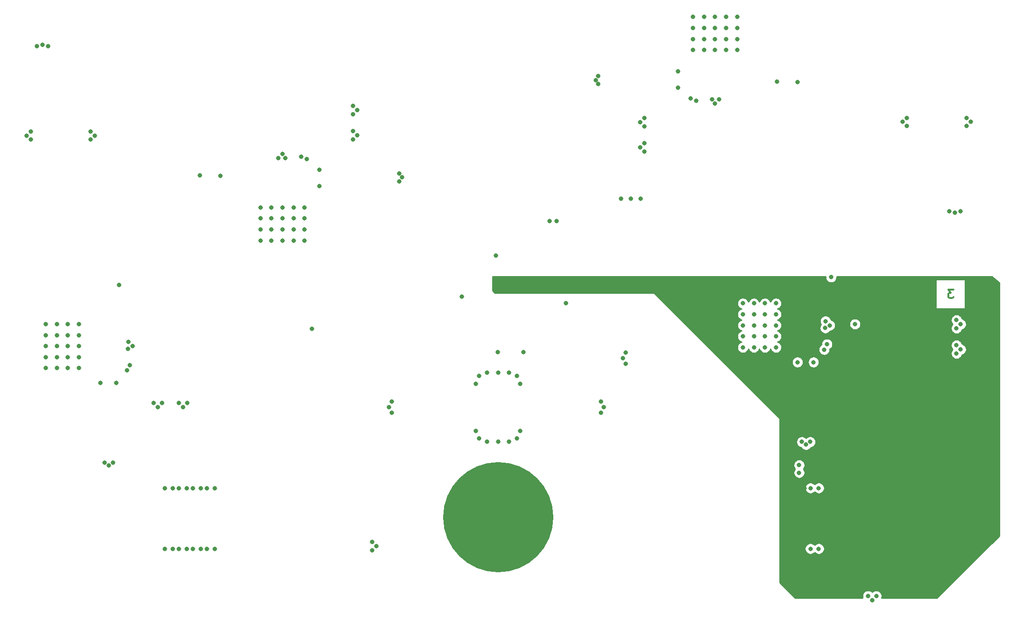
<source format=gbr>
G04 #@! TF.GenerationSoftware,KiCad,Pcbnew,(5.1.5)-3*
G04 #@! TF.CreationDate,2020-05-22T15:31:26-05:00*
G04 #@! TF.ProjectId,Power_Board,506f7765-725f-4426-9f61-72642e6b6963,rev?*
G04 #@! TF.SameCoordinates,Original*
G04 #@! TF.FileFunction,Copper,L3,Inr*
G04 #@! TF.FilePolarity,Positive*
%FSLAX46Y46*%
G04 Gerber Fmt 4.6, Leading zero omitted, Abs format (unit mm)*
G04 Created by KiCad (PCBNEW (5.1.5)-3) date 2020-05-22 15:31:26*
%MOMM*%
%LPD*%
G04 APERTURE LIST*
%ADD10C,0.300000*%
%ADD11C,20.000000*%
%ADD12C,1.100000*%
%ADD13C,0.800000*%
%ADD14C,0.254000*%
G04 APERTURE END LIST*
D10*
X231640000Y-93158571D02*
X230711428Y-93158571D01*
X231211428Y-93730000D01*
X230997142Y-93730000D01*
X230854285Y-93801428D01*
X230782857Y-93872857D01*
X230711428Y-94015714D01*
X230711428Y-94372857D01*
X230782857Y-94515714D01*
X230854285Y-94587142D01*
X230997142Y-94658571D01*
X231425714Y-94658571D01*
X231568571Y-94587142D01*
X231640000Y-94515714D01*
D11*
X149089599Y-134502000D03*
D12*
X149089599Y-127002000D03*
X154392899Y-129198700D03*
X156589599Y-134502000D03*
X154392899Y-139805300D03*
X149089599Y-142002000D03*
X143786299Y-139805300D03*
X141589599Y-134502000D03*
X143786299Y-129198700D03*
D13*
X234088240Y-63457520D03*
X234088240Y-61957520D03*
X234838240Y-62707520D03*
X167284640Y-55850220D03*
X167284640Y-54350220D03*
X232930140Y-78904920D03*
X230930140Y-78904920D03*
X223220600Y-63460060D03*
X222470600Y-62710060D03*
X166784640Y-55100220D03*
X223220600Y-61960060D03*
X203393040Y-55443120D03*
X199710040Y-55417720D03*
X188445140Y-43651920D03*
X186445140Y-49651920D03*
X188445140Y-45651920D03*
X184445140Y-47651920D03*
X186445140Y-43651920D03*
X184445140Y-43651920D03*
X186445140Y-47651920D03*
X188445140Y-47651920D03*
X186445140Y-45651920D03*
X184445140Y-45651920D03*
X184445140Y-49651920D03*
X192445140Y-47651920D03*
X192445140Y-43651920D03*
X192445140Y-49651920D03*
X190445140Y-47651920D03*
X190445140Y-45651920D03*
X231930140Y-79154920D03*
X190445140Y-43651920D03*
X192445140Y-45651920D03*
X190445140Y-49651920D03*
X175629000Y-68057460D03*
X188450220Y-59410600D03*
X188445140Y-49651920D03*
X189204600Y-58625740D03*
X187945840Y-58587640D03*
X174879000Y-62735460D03*
X174879000Y-67307460D03*
X175629000Y-66557460D03*
X175629000Y-63485460D03*
X175629000Y-61985460D03*
X185031380Y-58902600D03*
X181747160Y-56466740D03*
X181747160Y-53548280D03*
X79283740Y-124572020D03*
X77783740Y-124572020D03*
X78533740Y-125072020D03*
X67085440Y-103411520D03*
X73085440Y-105411520D03*
X69085440Y-103411520D03*
X71085440Y-107411520D03*
X67085440Y-105411520D03*
X67085440Y-107411520D03*
X71085440Y-105411520D03*
X71085440Y-103411520D03*
X69085440Y-105411520D03*
X69085440Y-107411520D03*
X73085440Y-107411520D03*
X71085440Y-99411520D03*
X67085440Y-99411520D03*
X73085440Y-99411520D03*
X71085440Y-101411520D03*
X69085440Y-101411520D03*
X67085440Y-101411520D03*
X69085440Y-99411520D03*
X73085440Y-101411520D03*
X82844120Y-103406440D03*
X73085440Y-103411520D03*
X82059260Y-102652060D03*
X82021160Y-103910820D03*
X82336120Y-106825280D03*
X81836120Y-107825280D03*
X79900260Y-110109500D03*
X76981800Y-110109500D03*
X203384900Y-106331240D03*
X206303360Y-106331240D03*
X151391620Y-93149420D03*
X160655000Y-93088460D03*
X142519400Y-94460060D03*
X149052280Y-104470200D03*
X153682700Y-104470200D03*
X172211740Y-104572560D03*
X171711740Y-105572560D03*
X172211740Y-106572560D03*
X203690220Y-125005720D03*
X203685140Y-126384940D03*
X216923620Y-149519780D03*
X216173620Y-148769780D03*
X217673620Y-148769780D03*
X224815400Y-139377420D03*
X226315400Y-139127420D03*
X227815400Y-137627420D03*
X223315400Y-139127420D03*
X209476340Y-90883740D03*
X221625160Y-93172280D03*
X213837520Y-99407980D03*
X205687360Y-120793260D03*
X204187360Y-120793260D03*
X204937360Y-121293260D03*
X199488540Y-99633260D03*
X193488540Y-103633260D03*
X197488540Y-101633260D03*
X197488540Y-99633260D03*
X199488540Y-103633260D03*
X195488540Y-97633260D03*
X197488540Y-95633260D03*
X193488540Y-97633260D03*
X195488540Y-95633260D03*
X193488540Y-99633260D03*
X199488540Y-101633260D03*
X195488540Y-99633260D03*
X193488540Y-101633260D03*
X195488540Y-103633260D03*
X199488540Y-95633260D03*
X197488540Y-97633260D03*
X199488540Y-97633260D03*
X197488540Y-103633260D03*
X193488540Y-95633260D03*
X209247220Y-99628180D03*
X208462360Y-98873800D03*
X195488540Y-101633260D03*
X208739220Y-103047020D03*
X208239220Y-104047020D03*
X232978700Y-103994460D03*
X232228700Y-103244460D03*
X232228700Y-104744460D03*
X232978700Y-99422460D03*
X232228700Y-100172460D03*
X232228700Y-98672460D03*
X115316500Y-100233220D03*
X92722880Y-113704680D03*
X87400880Y-114454680D03*
X91972880Y-114454680D03*
X91222880Y-113704680D03*
X88150880Y-113704680D03*
X86650880Y-113704680D03*
X80415880Y-92301560D03*
X127024260Y-139712440D03*
X126274260Y-138962440D03*
X126274260Y-140462440D03*
X184031380Y-58402600D03*
X114421160Y-69481320D03*
X122823540Y-59826460D03*
X123573540Y-60576460D03*
X122823540Y-61326460D03*
X122823540Y-65898460D03*
X123573540Y-65148460D03*
X122823540Y-64398460D03*
X64364300Y-65926400D03*
X63614300Y-65176400D03*
X64364300Y-64426400D03*
X75231940Y-64423860D03*
X75981940Y-65173860D03*
X75231940Y-65923860D03*
X113421160Y-68981320D03*
X131667900Y-72783700D03*
X131167900Y-73533700D03*
X131167900Y-72033700D03*
X66522400Y-48729000D03*
X67522400Y-48979000D03*
X65522400Y-48979000D03*
X110007400Y-78232000D03*
X110002320Y-68473320D03*
X109247940Y-69258180D03*
X110506700Y-69296280D03*
X116705380Y-71417180D03*
X116705380Y-74335640D03*
X98742500Y-72466200D03*
X95059500Y-72440800D03*
X207244700Y-140189700D03*
X204704700Y-129189700D03*
X207244700Y-129189700D03*
X205746100Y-140189700D03*
X203206100Y-129189700D03*
X205746100Y-129189700D03*
X90151200Y-140253200D03*
X88652600Y-140253200D03*
X91192600Y-140253200D03*
X93732600Y-140253200D03*
X96272600Y-140253200D03*
X92691200Y-140253200D03*
X95231200Y-140253200D03*
X97771200Y-140253200D03*
X88652600Y-129253200D03*
X90151200Y-129253200D03*
X97771200Y-129253200D03*
X95231200Y-129253200D03*
X93732600Y-129253200D03*
X92691200Y-129253200D03*
X91192600Y-129253200D03*
X96272600Y-129253200D03*
X129855200Y-113503200D03*
X129355200Y-114503200D03*
X129855200Y-115503200D03*
X168231200Y-114503200D03*
X167731200Y-115503200D03*
X167731200Y-113503200D03*
X112007400Y-78232000D03*
X114007400Y-78232000D03*
X110007400Y-80232000D03*
X112007400Y-80232000D03*
X114007400Y-80232000D03*
X110007400Y-82232000D03*
X112007400Y-82232000D03*
X114007400Y-82232000D03*
X110007400Y-84232000D03*
X112007400Y-84232000D03*
X114007400Y-84232000D03*
X108007400Y-78232000D03*
X106007400Y-78232000D03*
X106007400Y-80232000D03*
X106007400Y-82232000D03*
X106007400Y-84232000D03*
X108007400Y-80232000D03*
X108007400Y-82232000D03*
X108007400Y-84232000D03*
X151089599Y-120770400D03*
X147089599Y-120770400D03*
X145675399Y-120184600D03*
X152503799Y-120184600D03*
X153089599Y-118770400D03*
X145089599Y-118770400D03*
X149089599Y-120770400D03*
X151089599Y-108212000D03*
X147089599Y-108212000D03*
X153089599Y-110212000D03*
X145089599Y-110212000D03*
X149089599Y-108212000D03*
X145675399Y-108797800D03*
X152503799Y-108797800D03*
X161409380Y-95638620D03*
X148709380Y-86951820D03*
X158469940Y-80736060D03*
X159672680Y-80736060D03*
X173172120Y-76609940D03*
X174922120Y-76609940D03*
X171422120Y-76609940D03*
X208424260Y-100132560D03*
X148689060Y-92014040D03*
X216173620Y-137269780D03*
X216923620Y-136519780D03*
X221815400Y-137627420D03*
D14*
G36*
X208444641Y-90765207D02*
G01*
X208441340Y-90781801D01*
X208441340Y-90985679D01*
X208481114Y-91185638D01*
X208559135Y-91373996D01*
X208672403Y-91543514D01*
X208816566Y-91687677D01*
X208986084Y-91800945D01*
X209174442Y-91878966D01*
X209374401Y-91918740D01*
X209578279Y-91918740D01*
X209778238Y-91878966D01*
X209966596Y-91800945D01*
X210136114Y-91687677D01*
X210280277Y-91543514D01*
X210349442Y-91440000D01*
X228473000Y-91440000D01*
X228473000Y-96520000D01*
X228475440Y-96544776D01*
X228482667Y-96568601D01*
X228494403Y-96590557D01*
X228510197Y-96609803D01*
X228529443Y-96625597D01*
X228551399Y-96637333D01*
X228575224Y-96644560D01*
X228600000Y-96647000D01*
X233680000Y-96647000D01*
X233704776Y-96644560D01*
X233728601Y-96637333D01*
X233750557Y-96625597D01*
X233769803Y-96609803D01*
X233785597Y-96590557D01*
X233797333Y-96568601D01*
X233804560Y-96544776D01*
X233807000Y-96520000D01*
X233807000Y-91440000D01*
X233804560Y-91415224D01*
X233797333Y-91391399D01*
X233785597Y-91369443D01*
X233769803Y-91350197D01*
X233750557Y-91334403D01*
X233728601Y-91322667D01*
X233704776Y-91315440D01*
X233680000Y-91313000D01*
X228600000Y-91313000D01*
X228575224Y-91315440D01*
X228551399Y-91322667D01*
X228529443Y-91334403D01*
X228510197Y-91350197D01*
X228494403Y-91369443D01*
X228482667Y-91391399D01*
X228475440Y-91415224D01*
X228473000Y-91440000D01*
X210349442Y-91440000D01*
X210393545Y-91373996D01*
X210471566Y-91185638D01*
X210511340Y-90985679D01*
X210511340Y-90781801D01*
X210508062Y-90765322D01*
X238626830Y-90766897D01*
X239946180Y-91892296D01*
X239946180Y-137813514D01*
X228661694Y-149098000D01*
X218657943Y-149098000D01*
X218668846Y-149071678D01*
X218708620Y-148871719D01*
X218708620Y-148667841D01*
X218668846Y-148467882D01*
X218590825Y-148279524D01*
X218477557Y-148110006D01*
X218333394Y-147965843D01*
X218163876Y-147852575D01*
X217975518Y-147774554D01*
X217775559Y-147734780D01*
X217571681Y-147734780D01*
X217371722Y-147774554D01*
X217183364Y-147852575D01*
X217013846Y-147965843D01*
X216923620Y-148056069D01*
X216833394Y-147965843D01*
X216663876Y-147852575D01*
X216475518Y-147774554D01*
X216275559Y-147734780D01*
X216071681Y-147734780D01*
X215871722Y-147774554D01*
X215683364Y-147852575D01*
X215513846Y-147965843D01*
X215369683Y-148110006D01*
X215256415Y-148279524D01*
X215178394Y-148467882D01*
X215138620Y-148667841D01*
X215138620Y-148871719D01*
X215178394Y-149071678D01*
X215189297Y-149098000D01*
X202980826Y-149098000D01*
X200197720Y-146314894D01*
X200197720Y-140087761D01*
X204711100Y-140087761D01*
X204711100Y-140291639D01*
X204750874Y-140491598D01*
X204828895Y-140679956D01*
X204942163Y-140849474D01*
X205086326Y-140993637D01*
X205255844Y-141106905D01*
X205444202Y-141184926D01*
X205644161Y-141224700D01*
X205848039Y-141224700D01*
X206047998Y-141184926D01*
X206236356Y-141106905D01*
X206405874Y-140993637D01*
X206495400Y-140904111D01*
X206584926Y-140993637D01*
X206754444Y-141106905D01*
X206942802Y-141184926D01*
X207142761Y-141224700D01*
X207346639Y-141224700D01*
X207546598Y-141184926D01*
X207734956Y-141106905D01*
X207904474Y-140993637D01*
X208048637Y-140849474D01*
X208161905Y-140679956D01*
X208239926Y-140491598D01*
X208279700Y-140291639D01*
X208279700Y-140087761D01*
X208239926Y-139887802D01*
X208161905Y-139699444D01*
X208048637Y-139529926D01*
X207904474Y-139385763D01*
X207734956Y-139272495D01*
X207546598Y-139194474D01*
X207346639Y-139154700D01*
X207142761Y-139154700D01*
X206942802Y-139194474D01*
X206754444Y-139272495D01*
X206584926Y-139385763D01*
X206495400Y-139475289D01*
X206405874Y-139385763D01*
X206236356Y-139272495D01*
X206047998Y-139194474D01*
X205848039Y-139154700D01*
X205644161Y-139154700D01*
X205444202Y-139194474D01*
X205255844Y-139272495D01*
X205086326Y-139385763D01*
X204942163Y-139529926D01*
X204828895Y-139699444D01*
X204750874Y-139887802D01*
X204711100Y-140087761D01*
X200197720Y-140087761D01*
X200197720Y-129087761D01*
X204711100Y-129087761D01*
X204711100Y-129291639D01*
X204750874Y-129491598D01*
X204828895Y-129679956D01*
X204942163Y-129849474D01*
X205086326Y-129993637D01*
X205255844Y-130106905D01*
X205444202Y-130184926D01*
X205644161Y-130224700D01*
X205848039Y-130224700D01*
X206047998Y-130184926D01*
X206236356Y-130106905D01*
X206405874Y-129993637D01*
X206495400Y-129904111D01*
X206584926Y-129993637D01*
X206754444Y-130106905D01*
X206942802Y-130184926D01*
X207142761Y-130224700D01*
X207346639Y-130224700D01*
X207546598Y-130184926D01*
X207734956Y-130106905D01*
X207904474Y-129993637D01*
X208048637Y-129849474D01*
X208161905Y-129679956D01*
X208239926Y-129491598D01*
X208279700Y-129291639D01*
X208279700Y-129087761D01*
X208239926Y-128887802D01*
X208161905Y-128699444D01*
X208048637Y-128529926D01*
X207904474Y-128385763D01*
X207734956Y-128272495D01*
X207546598Y-128194474D01*
X207346639Y-128154700D01*
X207142761Y-128154700D01*
X206942802Y-128194474D01*
X206754444Y-128272495D01*
X206584926Y-128385763D01*
X206495400Y-128475289D01*
X206405874Y-128385763D01*
X206236356Y-128272495D01*
X206047998Y-128194474D01*
X205848039Y-128154700D01*
X205644161Y-128154700D01*
X205444202Y-128194474D01*
X205255844Y-128272495D01*
X205086326Y-128385763D01*
X204942163Y-128529926D01*
X204828895Y-128699444D01*
X204750874Y-128887802D01*
X204711100Y-129087761D01*
X200197720Y-129087761D01*
X200197720Y-126283001D01*
X202650140Y-126283001D01*
X202650140Y-126486879D01*
X202689914Y-126686838D01*
X202767935Y-126875196D01*
X202881203Y-127044714D01*
X203025366Y-127188877D01*
X203194884Y-127302145D01*
X203383242Y-127380166D01*
X203583201Y-127419940D01*
X203787079Y-127419940D01*
X203987038Y-127380166D01*
X204175396Y-127302145D01*
X204344914Y-127188877D01*
X204489077Y-127044714D01*
X204602345Y-126875196D01*
X204680366Y-126686838D01*
X204720140Y-126486879D01*
X204720140Y-126283001D01*
X204680366Y-126083042D01*
X204602345Y-125894684D01*
X204489077Y-125725166D01*
X204461781Y-125697870D01*
X204494157Y-125665494D01*
X204607425Y-125495976D01*
X204685446Y-125307618D01*
X204725220Y-125107659D01*
X204725220Y-124903781D01*
X204685446Y-124703822D01*
X204607425Y-124515464D01*
X204494157Y-124345946D01*
X204349994Y-124201783D01*
X204180476Y-124088515D01*
X203992118Y-124010494D01*
X203792159Y-123970720D01*
X203588281Y-123970720D01*
X203388322Y-124010494D01*
X203199964Y-124088515D01*
X203030446Y-124201783D01*
X202886283Y-124345946D01*
X202773015Y-124515464D01*
X202694994Y-124703822D01*
X202655220Y-124903781D01*
X202655220Y-125107659D01*
X202694994Y-125307618D01*
X202773015Y-125495976D01*
X202886283Y-125665494D01*
X202913579Y-125692790D01*
X202881203Y-125725166D01*
X202767935Y-125894684D01*
X202689914Y-126083042D01*
X202650140Y-126283001D01*
X200197720Y-126283001D01*
X200197720Y-120691321D01*
X203152360Y-120691321D01*
X203152360Y-120895199D01*
X203192134Y-121095158D01*
X203270155Y-121283516D01*
X203383423Y-121453034D01*
X203527586Y-121597197D01*
X203697104Y-121710465D01*
X203885462Y-121788486D01*
X204044631Y-121820146D01*
X204133423Y-121953034D01*
X204277586Y-122097197D01*
X204447104Y-122210465D01*
X204635462Y-122288486D01*
X204835421Y-122328260D01*
X205039299Y-122328260D01*
X205239258Y-122288486D01*
X205427616Y-122210465D01*
X205597134Y-122097197D01*
X205741297Y-121953034D01*
X205830089Y-121820146D01*
X205989258Y-121788486D01*
X206177616Y-121710465D01*
X206347134Y-121597197D01*
X206491297Y-121453034D01*
X206604565Y-121283516D01*
X206682586Y-121095158D01*
X206722360Y-120895199D01*
X206722360Y-120691321D01*
X206682586Y-120491362D01*
X206604565Y-120303004D01*
X206491297Y-120133486D01*
X206347134Y-119989323D01*
X206177616Y-119876055D01*
X205989258Y-119798034D01*
X205789299Y-119758260D01*
X205585421Y-119758260D01*
X205385462Y-119798034D01*
X205197104Y-119876055D01*
X205027586Y-119989323D01*
X204937360Y-120079549D01*
X204847134Y-119989323D01*
X204677616Y-119876055D01*
X204489258Y-119798034D01*
X204289299Y-119758260D01*
X204085421Y-119758260D01*
X203885462Y-119798034D01*
X203697104Y-119876055D01*
X203527586Y-119989323D01*
X203383423Y-120133486D01*
X203270155Y-120303004D01*
X203192134Y-120491362D01*
X203152360Y-120691321D01*
X200197720Y-120691321D01*
X200197720Y-116593620D01*
X200195280Y-116568844D01*
X200188053Y-116545019D01*
X200176317Y-116523063D01*
X200160523Y-116503817D01*
X189886007Y-106229301D01*
X202349900Y-106229301D01*
X202349900Y-106433179D01*
X202389674Y-106633138D01*
X202467695Y-106821496D01*
X202580963Y-106991014D01*
X202725126Y-107135177D01*
X202894644Y-107248445D01*
X203083002Y-107326466D01*
X203282961Y-107366240D01*
X203486839Y-107366240D01*
X203686798Y-107326466D01*
X203875156Y-107248445D01*
X204044674Y-107135177D01*
X204188837Y-106991014D01*
X204302105Y-106821496D01*
X204380126Y-106633138D01*
X204419900Y-106433179D01*
X204419900Y-106229301D01*
X205268360Y-106229301D01*
X205268360Y-106433179D01*
X205308134Y-106633138D01*
X205386155Y-106821496D01*
X205499423Y-106991014D01*
X205643586Y-107135177D01*
X205813104Y-107248445D01*
X206001462Y-107326466D01*
X206201421Y-107366240D01*
X206405299Y-107366240D01*
X206605258Y-107326466D01*
X206793616Y-107248445D01*
X206963134Y-107135177D01*
X207107297Y-106991014D01*
X207220565Y-106821496D01*
X207298586Y-106633138D01*
X207338360Y-106433179D01*
X207338360Y-106229301D01*
X207298586Y-106029342D01*
X207220565Y-105840984D01*
X207107297Y-105671466D01*
X206963134Y-105527303D01*
X206793616Y-105414035D01*
X206605258Y-105336014D01*
X206405299Y-105296240D01*
X206201421Y-105296240D01*
X206001462Y-105336014D01*
X205813104Y-105414035D01*
X205643586Y-105527303D01*
X205499423Y-105671466D01*
X205386155Y-105840984D01*
X205308134Y-106029342D01*
X205268360Y-106229301D01*
X204419900Y-106229301D01*
X204380126Y-106029342D01*
X204302105Y-105840984D01*
X204188837Y-105671466D01*
X204044674Y-105527303D01*
X203875156Y-105414035D01*
X203686798Y-105336014D01*
X203486839Y-105296240D01*
X203282961Y-105296240D01*
X203083002Y-105336014D01*
X202894644Y-105414035D01*
X202725126Y-105527303D01*
X202580963Y-105671466D01*
X202467695Y-105840984D01*
X202389674Y-106029342D01*
X202349900Y-106229301D01*
X189886007Y-106229301D01*
X179188027Y-95531321D01*
X192453540Y-95531321D01*
X192453540Y-95735199D01*
X192493314Y-95935158D01*
X192571335Y-96123516D01*
X192684603Y-96293034D01*
X192828766Y-96437197D01*
X192998284Y-96550465D01*
X193186642Y-96628486D01*
X193210643Y-96633260D01*
X193186642Y-96638034D01*
X192998284Y-96716055D01*
X192828766Y-96829323D01*
X192684603Y-96973486D01*
X192571335Y-97143004D01*
X192493314Y-97331362D01*
X192453540Y-97531321D01*
X192453540Y-97735199D01*
X192493314Y-97935158D01*
X192571335Y-98123516D01*
X192684603Y-98293034D01*
X192828766Y-98437197D01*
X192998284Y-98550465D01*
X193186642Y-98628486D01*
X193210643Y-98633260D01*
X193186642Y-98638034D01*
X192998284Y-98716055D01*
X192828766Y-98829323D01*
X192684603Y-98973486D01*
X192571335Y-99143004D01*
X192493314Y-99331362D01*
X192453540Y-99531321D01*
X192453540Y-99735199D01*
X192493314Y-99935158D01*
X192571335Y-100123516D01*
X192684603Y-100293034D01*
X192828766Y-100437197D01*
X192998284Y-100550465D01*
X193186642Y-100628486D01*
X193210643Y-100633260D01*
X193186642Y-100638034D01*
X192998284Y-100716055D01*
X192828766Y-100829323D01*
X192684603Y-100973486D01*
X192571335Y-101143004D01*
X192493314Y-101331362D01*
X192453540Y-101531321D01*
X192453540Y-101735199D01*
X192493314Y-101935158D01*
X192571335Y-102123516D01*
X192684603Y-102293034D01*
X192828766Y-102437197D01*
X192998284Y-102550465D01*
X193186642Y-102628486D01*
X193210643Y-102633260D01*
X193186642Y-102638034D01*
X192998284Y-102716055D01*
X192828766Y-102829323D01*
X192684603Y-102973486D01*
X192571335Y-103143004D01*
X192493314Y-103331362D01*
X192453540Y-103531321D01*
X192453540Y-103735199D01*
X192493314Y-103935158D01*
X192571335Y-104123516D01*
X192684603Y-104293034D01*
X192828766Y-104437197D01*
X192998284Y-104550465D01*
X193186642Y-104628486D01*
X193386601Y-104668260D01*
X193590479Y-104668260D01*
X193790438Y-104628486D01*
X193978796Y-104550465D01*
X194148314Y-104437197D01*
X194292477Y-104293034D01*
X194405745Y-104123516D01*
X194483766Y-103935158D01*
X194488540Y-103911157D01*
X194493314Y-103935158D01*
X194571335Y-104123516D01*
X194684603Y-104293034D01*
X194828766Y-104437197D01*
X194998284Y-104550465D01*
X195186642Y-104628486D01*
X195386601Y-104668260D01*
X195590479Y-104668260D01*
X195790438Y-104628486D01*
X195978796Y-104550465D01*
X196148314Y-104437197D01*
X196292477Y-104293034D01*
X196405745Y-104123516D01*
X196483766Y-103935158D01*
X196488540Y-103911157D01*
X196493314Y-103935158D01*
X196571335Y-104123516D01*
X196684603Y-104293034D01*
X196828766Y-104437197D01*
X196998284Y-104550465D01*
X197186642Y-104628486D01*
X197386601Y-104668260D01*
X197590479Y-104668260D01*
X197790438Y-104628486D01*
X197978796Y-104550465D01*
X198148314Y-104437197D01*
X198292477Y-104293034D01*
X198405745Y-104123516D01*
X198483766Y-103935158D01*
X198488540Y-103911157D01*
X198493314Y-103935158D01*
X198571335Y-104123516D01*
X198684603Y-104293034D01*
X198828766Y-104437197D01*
X198998284Y-104550465D01*
X199186642Y-104628486D01*
X199386601Y-104668260D01*
X199590479Y-104668260D01*
X199790438Y-104628486D01*
X199978796Y-104550465D01*
X200148314Y-104437197D01*
X200292477Y-104293034D01*
X200405745Y-104123516D01*
X200479655Y-103945081D01*
X207204220Y-103945081D01*
X207204220Y-104148959D01*
X207243994Y-104348918D01*
X207322015Y-104537276D01*
X207435283Y-104706794D01*
X207579446Y-104850957D01*
X207748964Y-104964225D01*
X207937322Y-105042246D01*
X208137281Y-105082020D01*
X208341159Y-105082020D01*
X208541118Y-105042246D01*
X208729476Y-104964225D01*
X208898994Y-104850957D01*
X209043157Y-104706794D01*
X209156425Y-104537276D01*
X209234446Y-104348918D01*
X209274220Y-104148959D01*
X209274220Y-103945081D01*
X209272332Y-103935590D01*
X209398994Y-103850957D01*
X209543157Y-103706794D01*
X209656425Y-103537276D01*
X209734446Y-103348918D01*
X209774220Y-103148959D01*
X209774220Y-103142521D01*
X231193700Y-103142521D01*
X231193700Y-103346399D01*
X231233474Y-103546358D01*
X231311495Y-103734716D01*
X231424763Y-103904234D01*
X231514989Y-103994460D01*
X231424763Y-104084686D01*
X231311495Y-104254204D01*
X231233474Y-104442562D01*
X231193700Y-104642521D01*
X231193700Y-104846399D01*
X231233474Y-105046358D01*
X231311495Y-105234716D01*
X231424763Y-105404234D01*
X231568926Y-105548397D01*
X231738444Y-105661665D01*
X231926802Y-105739686D01*
X232126761Y-105779460D01*
X232330639Y-105779460D01*
X232530598Y-105739686D01*
X232718956Y-105661665D01*
X232888474Y-105548397D01*
X233032637Y-105404234D01*
X233145905Y-105234716D01*
X233223926Y-105046358D01*
X233233328Y-104999088D01*
X233280598Y-104989686D01*
X233468956Y-104911665D01*
X233638474Y-104798397D01*
X233782637Y-104654234D01*
X233895905Y-104484716D01*
X233973926Y-104296358D01*
X234013700Y-104096399D01*
X234013700Y-103892521D01*
X233973926Y-103692562D01*
X233895905Y-103504204D01*
X233782637Y-103334686D01*
X233638474Y-103190523D01*
X233468956Y-103077255D01*
X233280598Y-102999234D01*
X233233328Y-102989832D01*
X233223926Y-102942562D01*
X233145905Y-102754204D01*
X233032637Y-102584686D01*
X232888474Y-102440523D01*
X232718956Y-102327255D01*
X232530598Y-102249234D01*
X232330639Y-102209460D01*
X232126761Y-102209460D01*
X231926802Y-102249234D01*
X231738444Y-102327255D01*
X231568926Y-102440523D01*
X231424763Y-102584686D01*
X231311495Y-102754204D01*
X231233474Y-102942562D01*
X231193700Y-103142521D01*
X209774220Y-103142521D01*
X209774220Y-102945081D01*
X209734446Y-102745122D01*
X209656425Y-102556764D01*
X209543157Y-102387246D01*
X209398994Y-102243083D01*
X209229476Y-102129815D01*
X209041118Y-102051794D01*
X208841159Y-102012020D01*
X208637281Y-102012020D01*
X208437322Y-102051794D01*
X208248964Y-102129815D01*
X208079446Y-102243083D01*
X207935283Y-102387246D01*
X207822015Y-102556764D01*
X207743994Y-102745122D01*
X207704220Y-102945081D01*
X207704220Y-103148959D01*
X207706108Y-103158450D01*
X207579446Y-103243083D01*
X207435283Y-103387246D01*
X207322015Y-103556764D01*
X207243994Y-103745122D01*
X207204220Y-103945081D01*
X200479655Y-103945081D01*
X200483766Y-103935158D01*
X200523540Y-103735199D01*
X200523540Y-103531321D01*
X200483766Y-103331362D01*
X200405745Y-103143004D01*
X200292477Y-102973486D01*
X200148314Y-102829323D01*
X199978796Y-102716055D01*
X199790438Y-102638034D01*
X199766437Y-102633260D01*
X199790438Y-102628486D01*
X199978796Y-102550465D01*
X200148314Y-102437197D01*
X200292477Y-102293034D01*
X200405745Y-102123516D01*
X200483766Y-101935158D01*
X200523540Y-101735199D01*
X200523540Y-101531321D01*
X200483766Y-101331362D01*
X200405745Y-101143004D01*
X200292477Y-100973486D01*
X200148314Y-100829323D01*
X199978796Y-100716055D01*
X199790438Y-100638034D01*
X199766437Y-100633260D01*
X199790438Y-100628486D01*
X199978796Y-100550465D01*
X200148314Y-100437197D01*
X200292477Y-100293034D01*
X200405745Y-100123516D01*
X200444223Y-100030621D01*
X207389260Y-100030621D01*
X207389260Y-100234499D01*
X207429034Y-100434458D01*
X207507055Y-100622816D01*
X207620323Y-100792334D01*
X207764486Y-100936497D01*
X207934004Y-101049765D01*
X208122362Y-101127786D01*
X208322321Y-101167560D01*
X208526199Y-101167560D01*
X208726158Y-101127786D01*
X208914516Y-101049765D01*
X209084034Y-100936497D01*
X209228197Y-100792334D01*
X209314495Y-100663180D01*
X209349159Y-100663180D01*
X209549118Y-100623406D01*
X209737476Y-100545385D01*
X209906994Y-100432117D01*
X210051157Y-100287954D01*
X210164425Y-100118436D01*
X210242446Y-99930078D01*
X210282220Y-99730119D01*
X210282220Y-99526241D01*
X210242446Y-99326282D01*
X210234062Y-99306041D01*
X212802520Y-99306041D01*
X212802520Y-99509919D01*
X212842294Y-99709878D01*
X212920315Y-99898236D01*
X213033583Y-100067754D01*
X213177746Y-100211917D01*
X213347264Y-100325185D01*
X213535622Y-100403206D01*
X213735581Y-100442980D01*
X213939459Y-100442980D01*
X214139418Y-100403206D01*
X214327776Y-100325185D01*
X214497294Y-100211917D01*
X214641457Y-100067754D01*
X214754725Y-99898236D01*
X214832746Y-99709878D01*
X214872520Y-99509919D01*
X214872520Y-99306041D01*
X214832746Y-99106082D01*
X214754725Y-98917724D01*
X214641457Y-98748206D01*
X214497294Y-98604043D01*
X214447125Y-98570521D01*
X231193700Y-98570521D01*
X231193700Y-98774399D01*
X231233474Y-98974358D01*
X231311495Y-99162716D01*
X231424763Y-99332234D01*
X231514989Y-99422460D01*
X231424763Y-99512686D01*
X231311495Y-99682204D01*
X231233474Y-99870562D01*
X231193700Y-100070521D01*
X231193700Y-100274399D01*
X231233474Y-100474358D01*
X231311495Y-100662716D01*
X231424763Y-100832234D01*
X231568926Y-100976397D01*
X231738444Y-101089665D01*
X231926802Y-101167686D01*
X232126761Y-101207460D01*
X232330639Y-101207460D01*
X232530598Y-101167686D01*
X232718956Y-101089665D01*
X232888474Y-100976397D01*
X233032637Y-100832234D01*
X233145905Y-100662716D01*
X233223926Y-100474358D01*
X233233328Y-100427088D01*
X233280598Y-100417686D01*
X233468956Y-100339665D01*
X233638474Y-100226397D01*
X233782637Y-100082234D01*
X233895905Y-99912716D01*
X233973926Y-99724358D01*
X234013700Y-99524399D01*
X234013700Y-99320521D01*
X233973926Y-99120562D01*
X233895905Y-98932204D01*
X233782637Y-98762686D01*
X233638474Y-98618523D01*
X233468956Y-98505255D01*
X233280598Y-98427234D01*
X233233328Y-98417832D01*
X233223926Y-98370562D01*
X233145905Y-98182204D01*
X233032637Y-98012686D01*
X232888474Y-97868523D01*
X232718956Y-97755255D01*
X232530598Y-97677234D01*
X232330639Y-97637460D01*
X232126761Y-97637460D01*
X231926802Y-97677234D01*
X231738444Y-97755255D01*
X231568926Y-97868523D01*
X231424763Y-98012686D01*
X231311495Y-98182204D01*
X231233474Y-98370562D01*
X231193700Y-98570521D01*
X214447125Y-98570521D01*
X214327776Y-98490775D01*
X214139418Y-98412754D01*
X213939459Y-98372980D01*
X213735581Y-98372980D01*
X213535622Y-98412754D01*
X213347264Y-98490775D01*
X213177746Y-98604043D01*
X213033583Y-98748206D01*
X212920315Y-98917724D01*
X212842294Y-99106082D01*
X212802520Y-99306041D01*
X210234062Y-99306041D01*
X210164425Y-99137924D01*
X210051157Y-98968406D01*
X209906994Y-98824243D01*
X209737476Y-98710975D01*
X209549118Y-98632954D01*
X209466459Y-98616512D01*
X209457586Y-98571902D01*
X209379565Y-98383544D01*
X209266297Y-98214026D01*
X209122134Y-98069863D01*
X208952616Y-97956595D01*
X208764258Y-97878574D01*
X208564299Y-97838800D01*
X208360421Y-97838800D01*
X208160462Y-97878574D01*
X207972104Y-97956595D01*
X207802586Y-98069863D01*
X207658423Y-98214026D01*
X207545155Y-98383544D01*
X207467134Y-98571902D01*
X207427360Y-98771861D01*
X207427360Y-98975739D01*
X207467134Y-99175698D01*
X207545155Y-99364056D01*
X207619064Y-99474670D01*
X207507055Y-99642304D01*
X207429034Y-99830662D01*
X207389260Y-100030621D01*
X200444223Y-100030621D01*
X200483766Y-99935158D01*
X200523540Y-99735199D01*
X200523540Y-99531321D01*
X200483766Y-99331362D01*
X200405745Y-99143004D01*
X200292477Y-98973486D01*
X200148314Y-98829323D01*
X199978796Y-98716055D01*
X199790438Y-98638034D01*
X199766437Y-98633260D01*
X199790438Y-98628486D01*
X199978796Y-98550465D01*
X200148314Y-98437197D01*
X200292477Y-98293034D01*
X200405745Y-98123516D01*
X200483766Y-97935158D01*
X200523540Y-97735199D01*
X200523540Y-97531321D01*
X200483766Y-97331362D01*
X200405745Y-97143004D01*
X200292477Y-96973486D01*
X200148314Y-96829323D01*
X199978796Y-96716055D01*
X199790438Y-96638034D01*
X199766437Y-96633260D01*
X199790438Y-96628486D01*
X199978796Y-96550465D01*
X200148314Y-96437197D01*
X200292477Y-96293034D01*
X200405745Y-96123516D01*
X200483766Y-95935158D01*
X200523540Y-95735199D01*
X200523540Y-95531321D01*
X200483766Y-95331362D01*
X200405745Y-95143004D01*
X200292477Y-94973486D01*
X200148314Y-94829323D01*
X199978796Y-94716055D01*
X199790438Y-94638034D01*
X199590479Y-94598260D01*
X199386601Y-94598260D01*
X199186642Y-94638034D01*
X198998284Y-94716055D01*
X198828766Y-94829323D01*
X198684603Y-94973486D01*
X198571335Y-95143004D01*
X198493314Y-95331362D01*
X198488540Y-95355363D01*
X198483766Y-95331362D01*
X198405745Y-95143004D01*
X198292477Y-94973486D01*
X198148314Y-94829323D01*
X197978796Y-94716055D01*
X197790438Y-94638034D01*
X197590479Y-94598260D01*
X197386601Y-94598260D01*
X197186642Y-94638034D01*
X196998284Y-94716055D01*
X196828766Y-94829323D01*
X196684603Y-94973486D01*
X196571335Y-95143004D01*
X196493314Y-95331362D01*
X196488540Y-95355363D01*
X196483766Y-95331362D01*
X196405745Y-95143004D01*
X196292477Y-94973486D01*
X196148314Y-94829323D01*
X195978796Y-94716055D01*
X195790438Y-94638034D01*
X195590479Y-94598260D01*
X195386601Y-94598260D01*
X195186642Y-94638034D01*
X194998284Y-94716055D01*
X194828766Y-94829323D01*
X194684603Y-94973486D01*
X194571335Y-95143004D01*
X194493314Y-95331362D01*
X194488540Y-95355363D01*
X194483766Y-95331362D01*
X194405745Y-95143004D01*
X194292477Y-94973486D01*
X194148314Y-94829323D01*
X193978796Y-94716055D01*
X193790438Y-94638034D01*
X193590479Y-94598260D01*
X193386601Y-94598260D01*
X193186642Y-94638034D01*
X192998284Y-94716055D01*
X192828766Y-94829323D01*
X192684603Y-94973486D01*
X192571335Y-95143004D01*
X192493314Y-95331362D01*
X192453540Y-95531321D01*
X179188027Y-95531321D01*
X177468163Y-93811457D01*
X177448917Y-93795663D01*
X177426961Y-93783927D01*
X177403136Y-93776700D01*
X177378360Y-93774260D01*
X148510526Y-93774260D01*
X148089620Y-93353354D01*
X148089620Y-90761827D01*
X208444641Y-90765207D01*
G37*
X208444641Y-90765207D02*
X208441340Y-90781801D01*
X208441340Y-90985679D01*
X208481114Y-91185638D01*
X208559135Y-91373996D01*
X208672403Y-91543514D01*
X208816566Y-91687677D01*
X208986084Y-91800945D01*
X209174442Y-91878966D01*
X209374401Y-91918740D01*
X209578279Y-91918740D01*
X209778238Y-91878966D01*
X209966596Y-91800945D01*
X210136114Y-91687677D01*
X210280277Y-91543514D01*
X210349442Y-91440000D01*
X228473000Y-91440000D01*
X228473000Y-96520000D01*
X228475440Y-96544776D01*
X228482667Y-96568601D01*
X228494403Y-96590557D01*
X228510197Y-96609803D01*
X228529443Y-96625597D01*
X228551399Y-96637333D01*
X228575224Y-96644560D01*
X228600000Y-96647000D01*
X233680000Y-96647000D01*
X233704776Y-96644560D01*
X233728601Y-96637333D01*
X233750557Y-96625597D01*
X233769803Y-96609803D01*
X233785597Y-96590557D01*
X233797333Y-96568601D01*
X233804560Y-96544776D01*
X233807000Y-96520000D01*
X233807000Y-91440000D01*
X233804560Y-91415224D01*
X233797333Y-91391399D01*
X233785597Y-91369443D01*
X233769803Y-91350197D01*
X233750557Y-91334403D01*
X233728601Y-91322667D01*
X233704776Y-91315440D01*
X233680000Y-91313000D01*
X228600000Y-91313000D01*
X228575224Y-91315440D01*
X228551399Y-91322667D01*
X228529443Y-91334403D01*
X228510197Y-91350197D01*
X228494403Y-91369443D01*
X228482667Y-91391399D01*
X228475440Y-91415224D01*
X228473000Y-91440000D01*
X210349442Y-91440000D01*
X210393545Y-91373996D01*
X210471566Y-91185638D01*
X210511340Y-90985679D01*
X210511340Y-90781801D01*
X210508062Y-90765322D01*
X238626830Y-90766897D01*
X239946180Y-91892296D01*
X239946180Y-137813514D01*
X228661694Y-149098000D01*
X218657943Y-149098000D01*
X218668846Y-149071678D01*
X218708620Y-148871719D01*
X218708620Y-148667841D01*
X218668846Y-148467882D01*
X218590825Y-148279524D01*
X218477557Y-148110006D01*
X218333394Y-147965843D01*
X218163876Y-147852575D01*
X217975518Y-147774554D01*
X217775559Y-147734780D01*
X217571681Y-147734780D01*
X217371722Y-147774554D01*
X217183364Y-147852575D01*
X217013846Y-147965843D01*
X216923620Y-148056069D01*
X216833394Y-147965843D01*
X216663876Y-147852575D01*
X216475518Y-147774554D01*
X216275559Y-147734780D01*
X216071681Y-147734780D01*
X215871722Y-147774554D01*
X215683364Y-147852575D01*
X215513846Y-147965843D01*
X215369683Y-148110006D01*
X215256415Y-148279524D01*
X215178394Y-148467882D01*
X215138620Y-148667841D01*
X215138620Y-148871719D01*
X215178394Y-149071678D01*
X215189297Y-149098000D01*
X202980826Y-149098000D01*
X200197720Y-146314894D01*
X200197720Y-140087761D01*
X204711100Y-140087761D01*
X204711100Y-140291639D01*
X204750874Y-140491598D01*
X204828895Y-140679956D01*
X204942163Y-140849474D01*
X205086326Y-140993637D01*
X205255844Y-141106905D01*
X205444202Y-141184926D01*
X205644161Y-141224700D01*
X205848039Y-141224700D01*
X206047998Y-141184926D01*
X206236356Y-141106905D01*
X206405874Y-140993637D01*
X206495400Y-140904111D01*
X206584926Y-140993637D01*
X206754444Y-141106905D01*
X206942802Y-141184926D01*
X207142761Y-141224700D01*
X207346639Y-141224700D01*
X207546598Y-141184926D01*
X207734956Y-141106905D01*
X207904474Y-140993637D01*
X208048637Y-140849474D01*
X208161905Y-140679956D01*
X208239926Y-140491598D01*
X208279700Y-140291639D01*
X208279700Y-140087761D01*
X208239926Y-139887802D01*
X208161905Y-139699444D01*
X208048637Y-139529926D01*
X207904474Y-139385763D01*
X207734956Y-139272495D01*
X207546598Y-139194474D01*
X207346639Y-139154700D01*
X207142761Y-139154700D01*
X206942802Y-139194474D01*
X206754444Y-139272495D01*
X206584926Y-139385763D01*
X206495400Y-139475289D01*
X206405874Y-139385763D01*
X206236356Y-139272495D01*
X206047998Y-139194474D01*
X205848039Y-139154700D01*
X205644161Y-139154700D01*
X205444202Y-139194474D01*
X205255844Y-139272495D01*
X205086326Y-139385763D01*
X204942163Y-139529926D01*
X204828895Y-139699444D01*
X204750874Y-139887802D01*
X204711100Y-140087761D01*
X200197720Y-140087761D01*
X200197720Y-129087761D01*
X204711100Y-129087761D01*
X204711100Y-129291639D01*
X204750874Y-129491598D01*
X204828895Y-129679956D01*
X204942163Y-129849474D01*
X205086326Y-129993637D01*
X205255844Y-130106905D01*
X205444202Y-130184926D01*
X205644161Y-130224700D01*
X205848039Y-130224700D01*
X206047998Y-130184926D01*
X206236356Y-130106905D01*
X206405874Y-129993637D01*
X206495400Y-129904111D01*
X206584926Y-129993637D01*
X206754444Y-130106905D01*
X206942802Y-130184926D01*
X207142761Y-130224700D01*
X207346639Y-130224700D01*
X207546598Y-130184926D01*
X207734956Y-130106905D01*
X207904474Y-129993637D01*
X208048637Y-129849474D01*
X208161905Y-129679956D01*
X208239926Y-129491598D01*
X208279700Y-129291639D01*
X208279700Y-129087761D01*
X208239926Y-128887802D01*
X208161905Y-128699444D01*
X208048637Y-128529926D01*
X207904474Y-128385763D01*
X207734956Y-128272495D01*
X207546598Y-128194474D01*
X207346639Y-128154700D01*
X207142761Y-128154700D01*
X206942802Y-128194474D01*
X206754444Y-128272495D01*
X206584926Y-128385763D01*
X206495400Y-128475289D01*
X206405874Y-128385763D01*
X206236356Y-128272495D01*
X206047998Y-128194474D01*
X205848039Y-128154700D01*
X205644161Y-128154700D01*
X205444202Y-128194474D01*
X205255844Y-128272495D01*
X205086326Y-128385763D01*
X204942163Y-128529926D01*
X204828895Y-128699444D01*
X204750874Y-128887802D01*
X204711100Y-129087761D01*
X200197720Y-129087761D01*
X200197720Y-126283001D01*
X202650140Y-126283001D01*
X202650140Y-126486879D01*
X202689914Y-126686838D01*
X202767935Y-126875196D01*
X202881203Y-127044714D01*
X203025366Y-127188877D01*
X203194884Y-127302145D01*
X203383242Y-127380166D01*
X203583201Y-127419940D01*
X203787079Y-127419940D01*
X203987038Y-127380166D01*
X204175396Y-127302145D01*
X204344914Y-127188877D01*
X204489077Y-127044714D01*
X204602345Y-126875196D01*
X204680366Y-126686838D01*
X204720140Y-126486879D01*
X204720140Y-126283001D01*
X204680366Y-126083042D01*
X204602345Y-125894684D01*
X204489077Y-125725166D01*
X204461781Y-125697870D01*
X204494157Y-125665494D01*
X204607425Y-125495976D01*
X204685446Y-125307618D01*
X204725220Y-125107659D01*
X204725220Y-124903781D01*
X204685446Y-124703822D01*
X204607425Y-124515464D01*
X204494157Y-124345946D01*
X204349994Y-124201783D01*
X204180476Y-124088515D01*
X203992118Y-124010494D01*
X203792159Y-123970720D01*
X203588281Y-123970720D01*
X203388322Y-124010494D01*
X203199964Y-124088515D01*
X203030446Y-124201783D01*
X202886283Y-124345946D01*
X202773015Y-124515464D01*
X202694994Y-124703822D01*
X202655220Y-124903781D01*
X202655220Y-125107659D01*
X202694994Y-125307618D01*
X202773015Y-125495976D01*
X202886283Y-125665494D01*
X202913579Y-125692790D01*
X202881203Y-125725166D01*
X202767935Y-125894684D01*
X202689914Y-126083042D01*
X202650140Y-126283001D01*
X200197720Y-126283001D01*
X200197720Y-120691321D01*
X203152360Y-120691321D01*
X203152360Y-120895199D01*
X203192134Y-121095158D01*
X203270155Y-121283516D01*
X203383423Y-121453034D01*
X203527586Y-121597197D01*
X203697104Y-121710465D01*
X203885462Y-121788486D01*
X204044631Y-121820146D01*
X204133423Y-121953034D01*
X204277586Y-122097197D01*
X204447104Y-122210465D01*
X204635462Y-122288486D01*
X204835421Y-122328260D01*
X205039299Y-122328260D01*
X205239258Y-122288486D01*
X205427616Y-122210465D01*
X205597134Y-122097197D01*
X205741297Y-121953034D01*
X205830089Y-121820146D01*
X205989258Y-121788486D01*
X206177616Y-121710465D01*
X206347134Y-121597197D01*
X206491297Y-121453034D01*
X206604565Y-121283516D01*
X206682586Y-121095158D01*
X206722360Y-120895199D01*
X206722360Y-120691321D01*
X206682586Y-120491362D01*
X206604565Y-120303004D01*
X206491297Y-120133486D01*
X206347134Y-119989323D01*
X206177616Y-119876055D01*
X205989258Y-119798034D01*
X205789299Y-119758260D01*
X205585421Y-119758260D01*
X205385462Y-119798034D01*
X205197104Y-119876055D01*
X205027586Y-119989323D01*
X204937360Y-120079549D01*
X204847134Y-119989323D01*
X204677616Y-119876055D01*
X204489258Y-119798034D01*
X204289299Y-119758260D01*
X204085421Y-119758260D01*
X203885462Y-119798034D01*
X203697104Y-119876055D01*
X203527586Y-119989323D01*
X203383423Y-120133486D01*
X203270155Y-120303004D01*
X203192134Y-120491362D01*
X203152360Y-120691321D01*
X200197720Y-120691321D01*
X200197720Y-116593620D01*
X200195280Y-116568844D01*
X200188053Y-116545019D01*
X200176317Y-116523063D01*
X200160523Y-116503817D01*
X189886007Y-106229301D01*
X202349900Y-106229301D01*
X202349900Y-106433179D01*
X202389674Y-106633138D01*
X202467695Y-106821496D01*
X202580963Y-106991014D01*
X202725126Y-107135177D01*
X202894644Y-107248445D01*
X203083002Y-107326466D01*
X203282961Y-107366240D01*
X203486839Y-107366240D01*
X203686798Y-107326466D01*
X203875156Y-107248445D01*
X204044674Y-107135177D01*
X204188837Y-106991014D01*
X204302105Y-106821496D01*
X204380126Y-106633138D01*
X204419900Y-106433179D01*
X204419900Y-106229301D01*
X205268360Y-106229301D01*
X205268360Y-106433179D01*
X205308134Y-106633138D01*
X205386155Y-106821496D01*
X205499423Y-106991014D01*
X205643586Y-107135177D01*
X205813104Y-107248445D01*
X206001462Y-107326466D01*
X206201421Y-107366240D01*
X206405299Y-107366240D01*
X206605258Y-107326466D01*
X206793616Y-107248445D01*
X206963134Y-107135177D01*
X207107297Y-106991014D01*
X207220565Y-106821496D01*
X207298586Y-106633138D01*
X207338360Y-106433179D01*
X207338360Y-106229301D01*
X207298586Y-106029342D01*
X207220565Y-105840984D01*
X207107297Y-105671466D01*
X206963134Y-105527303D01*
X206793616Y-105414035D01*
X206605258Y-105336014D01*
X206405299Y-105296240D01*
X206201421Y-105296240D01*
X206001462Y-105336014D01*
X205813104Y-105414035D01*
X205643586Y-105527303D01*
X205499423Y-105671466D01*
X205386155Y-105840984D01*
X205308134Y-106029342D01*
X205268360Y-106229301D01*
X204419900Y-106229301D01*
X204380126Y-106029342D01*
X204302105Y-105840984D01*
X204188837Y-105671466D01*
X204044674Y-105527303D01*
X203875156Y-105414035D01*
X203686798Y-105336014D01*
X203486839Y-105296240D01*
X203282961Y-105296240D01*
X203083002Y-105336014D01*
X202894644Y-105414035D01*
X202725126Y-105527303D01*
X202580963Y-105671466D01*
X202467695Y-105840984D01*
X202389674Y-106029342D01*
X202349900Y-106229301D01*
X189886007Y-106229301D01*
X179188027Y-95531321D01*
X192453540Y-95531321D01*
X192453540Y-95735199D01*
X192493314Y-95935158D01*
X192571335Y-96123516D01*
X192684603Y-96293034D01*
X192828766Y-96437197D01*
X192998284Y-96550465D01*
X193186642Y-96628486D01*
X193210643Y-96633260D01*
X193186642Y-96638034D01*
X192998284Y-96716055D01*
X192828766Y-96829323D01*
X192684603Y-96973486D01*
X192571335Y-97143004D01*
X192493314Y-97331362D01*
X192453540Y-97531321D01*
X192453540Y-97735199D01*
X192493314Y-97935158D01*
X192571335Y-98123516D01*
X192684603Y-98293034D01*
X192828766Y-98437197D01*
X192998284Y-98550465D01*
X193186642Y-98628486D01*
X193210643Y-98633260D01*
X193186642Y-98638034D01*
X192998284Y-98716055D01*
X192828766Y-98829323D01*
X192684603Y-98973486D01*
X192571335Y-99143004D01*
X192493314Y-99331362D01*
X192453540Y-99531321D01*
X192453540Y-99735199D01*
X192493314Y-99935158D01*
X192571335Y-100123516D01*
X192684603Y-100293034D01*
X192828766Y-100437197D01*
X192998284Y-100550465D01*
X193186642Y-100628486D01*
X193210643Y-100633260D01*
X193186642Y-100638034D01*
X192998284Y-100716055D01*
X192828766Y-100829323D01*
X192684603Y-100973486D01*
X192571335Y-101143004D01*
X192493314Y-101331362D01*
X192453540Y-101531321D01*
X192453540Y-101735199D01*
X192493314Y-101935158D01*
X192571335Y-102123516D01*
X192684603Y-102293034D01*
X192828766Y-102437197D01*
X192998284Y-102550465D01*
X193186642Y-102628486D01*
X193210643Y-102633260D01*
X193186642Y-102638034D01*
X192998284Y-102716055D01*
X192828766Y-102829323D01*
X192684603Y-102973486D01*
X192571335Y-103143004D01*
X192493314Y-103331362D01*
X192453540Y-103531321D01*
X192453540Y-103735199D01*
X192493314Y-103935158D01*
X192571335Y-104123516D01*
X192684603Y-104293034D01*
X192828766Y-104437197D01*
X192998284Y-104550465D01*
X193186642Y-104628486D01*
X193386601Y-104668260D01*
X193590479Y-104668260D01*
X193790438Y-104628486D01*
X193978796Y-104550465D01*
X194148314Y-104437197D01*
X194292477Y-104293034D01*
X194405745Y-104123516D01*
X194483766Y-103935158D01*
X194488540Y-103911157D01*
X194493314Y-103935158D01*
X194571335Y-104123516D01*
X194684603Y-104293034D01*
X194828766Y-104437197D01*
X194998284Y-104550465D01*
X195186642Y-104628486D01*
X195386601Y-104668260D01*
X195590479Y-104668260D01*
X195790438Y-104628486D01*
X195978796Y-104550465D01*
X196148314Y-104437197D01*
X196292477Y-104293034D01*
X196405745Y-104123516D01*
X196483766Y-103935158D01*
X196488540Y-103911157D01*
X196493314Y-103935158D01*
X196571335Y-104123516D01*
X196684603Y-104293034D01*
X196828766Y-104437197D01*
X196998284Y-104550465D01*
X197186642Y-104628486D01*
X197386601Y-104668260D01*
X197590479Y-104668260D01*
X197790438Y-104628486D01*
X197978796Y-104550465D01*
X198148314Y-104437197D01*
X198292477Y-104293034D01*
X198405745Y-104123516D01*
X198483766Y-103935158D01*
X198488540Y-103911157D01*
X198493314Y-103935158D01*
X198571335Y-104123516D01*
X198684603Y-104293034D01*
X198828766Y-104437197D01*
X198998284Y-104550465D01*
X199186642Y-104628486D01*
X199386601Y-104668260D01*
X199590479Y-104668260D01*
X199790438Y-104628486D01*
X199978796Y-104550465D01*
X200148314Y-104437197D01*
X200292477Y-104293034D01*
X200405745Y-104123516D01*
X200479655Y-103945081D01*
X207204220Y-103945081D01*
X207204220Y-104148959D01*
X207243994Y-104348918D01*
X207322015Y-104537276D01*
X207435283Y-104706794D01*
X207579446Y-104850957D01*
X207748964Y-104964225D01*
X207937322Y-105042246D01*
X208137281Y-105082020D01*
X208341159Y-105082020D01*
X208541118Y-105042246D01*
X208729476Y-104964225D01*
X208898994Y-104850957D01*
X209043157Y-104706794D01*
X209156425Y-104537276D01*
X209234446Y-104348918D01*
X209274220Y-104148959D01*
X209274220Y-103945081D01*
X209272332Y-103935590D01*
X209398994Y-103850957D01*
X209543157Y-103706794D01*
X209656425Y-103537276D01*
X209734446Y-103348918D01*
X209774220Y-103148959D01*
X209774220Y-103142521D01*
X231193700Y-103142521D01*
X231193700Y-103346399D01*
X231233474Y-103546358D01*
X231311495Y-103734716D01*
X231424763Y-103904234D01*
X231514989Y-103994460D01*
X231424763Y-104084686D01*
X231311495Y-104254204D01*
X231233474Y-104442562D01*
X231193700Y-104642521D01*
X231193700Y-104846399D01*
X231233474Y-105046358D01*
X231311495Y-105234716D01*
X231424763Y-105404234D01*
X231568926Y-105548397D01*
X231738444Y-105661665D01*
X231926802Y-105739686D01*
X232126761Y-105779460D01*
X232330639Y-105779460D01*
X232530598Y-105739686D01*
X232718956Y-105661665D01*
X232888474Y-105548397D01*
X233032637Y-105404234D01*
X233145905Y-105234716D01*
X233223926Y-105046358D01*
X233233328Y-104999088D01*
X233280598Y-104989686D01*
X233468956Y-104911665D01*
X233638474Y-104798397D01*
X233782637Y-104654234D01*
X233895905Y-104484716D01*
X233973926Y-104296358D01*
X234013700Y-104096399D01*
X234013700Y-103892521D01*
X233973926Y-103692562D01*
X233895905Y-103504204D01*
X233782637Y-103334686D01*
X233638474Y-103190523D01*
X233468956Y-103077255D01*
X233280598Y-102999234D01*
X233233328Y-102989832D01*
X233223926Y-102942562D01*
X233145905Y-102754204D01*
X233032637Y-102584686D01*
X232888474Y-102440523D01*
X232718956Y-102327255D01*
X232530598Y-102249234D01*
X232330639Y-102209460D01*
X232126761Y-102209460D01*
X231926802Y-102249234D01*
X231738444Y-102327255D01*
X231568926Y-102440523D01*
X231424763Y-102584686D01*
X231311495Y-102754204D01*
X231233474Y-102942562D01*
X231193700Y-103142521D01*
X209774220Y-103142521D01*
X209774220Y-102945081D01*
X209734446Y-102745122D01*
X209656425Y-102556764D01*
X209543157Y-102387246D01*
X209398994Y-102243083D01*
X209229476Y-102129815D01*
X209041118Y-102051794D01*
X208841159Y-102012020D01*
X208637281Y-102012020D01*
X208437322Y-102051794D01*
X208248964Y-102129815D01*
X208079446Y-102243083D01*
X207935283Y-102387246D01*
X207822015Y-102556764D01*
X207743994Y-102745122D01*
X207704220Y-102945081D01*
X207704220Y-103148959D01*
X207706108Y-103158450D01*
X207579446Y-103243083D01*
X207435283Y-103387246D01*
X207322015Y-103556764D01*
X207243994Y-103745122D01*
X207204220Y-103945081D01*
X200479655Y-103945081D01*
X200483766Y-103935158D01*
X200523540Y-103735199D01*
X200523540Y-103531321D01*
X200483766Y-103331362D01*
X200405745Y-103143004D01*
X200292477Y-102973486D01*
X200148314Y-102829323D01*
X199978796Y-102716055D01*
X199790438Y-102638034D01*
X199766437Y-102633260D01*
X199790438Y-102628486D01*
X199978796Y-102550465D01*
X200148314Y-102437197D01*
X200292477Y-102293034D01*
X200405745Y-102123516D01*
X200483766Y-101935158D01*
X200523540Y-101735199D01*
X200523540Y-101531321D01*
X200483766Y-101331362D01*
X200405745Y-101143004D01*
X200292477Y-100973486D01*
X200148314Y-100829323D01*
X199978796Y-100716055D01*
X199790438Y-100638034D01*
X199766437Y-100633260D01*
X199790438Y-100628486D01*
X199978796Y-100550465D01*
X200148314Y-100437197D01*
X200292477Y-100293034D01*
X200405745Y-100123516D01*
X200444223Y-100030621D01*
X207389260Y-100030621D01*
X207389260Y-100234499D01*
X207429034Y-100434458D01*
X207507055Y-100622816D01*
X207620323Y-100792334D01*
X207764486Y-100936497D01*
X207934004Y-101049765D01*
X208122362Y-101127786D01*
X208322321Y-101167560D01*
X208526199Y-101167560D01*
X208726158Y-101127786D01*
X208914516Y-101049765D01*
X209084034Y-100936497D01*
X209228197Y-100792334D01*
X209314495Y-100663180D01*
X209349159Y-100663180D01*
X209549118Y-100623406D01*
X209737476Y-100545385D01*
X209906994Y-100432117D01*
X210051157Y-100287954D01*
X210164425Y-100118436D01*
X210242446Y-99930078D01*
X210282220Y-99730119D01*
X210282220Y-99526241D01*
X210242446Y-99326282D01*
X210234062Y-99306041D01*
X212802520Y-99306041D01*
X212802520Y-99509919D01*
X212842294Y-99709878D01*
X212920315Y-99898236D01*
X213033583Y-100067754D01*
X213177746Y-100211917D01*
X213347264Y-100325185D01*
X213535622Y-100403206D01*
X213735581Y-100442980D01*
X213939459Y-100442980D01*
X214139418Y-100403206D01*
X214327776Y-100325185D01*
X214497294Y-100211917D01*
X214641457Y-100067754D01*
X214754725Y-99898236D01*
X214832746Y-99709878D01*
X214872520Y-99509919D01*
X214872520Y-99306041D01*
X214832746Y-99106082D01*
X214754725Y-98917724D01*
X214641457Y-98748206D01*
X214497294Y-98604043D01*
X214447125Y-98570521D01*
X231193700Y-98570521D01*
X231193700Y-98774399D01*
X231233474Y-98974358D01*
X231311495Y-99162716D01*
X231424763Y-99332234D01*
X231514989Y-99422460D01*
X231424763Y-99512686D01*
X231311495Y-99682204D01*
X231233474Y-99870562D01*
X231193700Y-100070521D01*
X231193700Y-100274399D01*
X231233474Y-100474358D01*
X231311495Y-100662716D01*
X231424763Y-100832234D01*
X231568926Y-100976397D01*
X231738444Y-101089665D01*
X231926802Y-101167686D01*
X232126761Y-101207460D01*
X232330639Y-101207460D01*
X232530598Y-101167686D01*
X232718956Y-101089665D01*
X232888474Y-100976397D01*
X233032637Y-100832234D01*
X233145905Y-100662716D01*
X233223926Y-100474358D01*
X233233328Y-100427088D01*
X233280598Y-100417686D01*
X233468956Y-100339665D01*
X233638474Y-100226397D01*
X233782637Y-100082234D01*
X233895905Y-99912716D01*
X233973926Y-99724358D01*
X234013700Y-99524399D01*
X234013700Y-99320521D01*
X233973926Y-99120562D01*
X233895905Y-98932204D01*
X233782637Y-98762686D01*
X233638474Y-98618523D01*
X233468956Y-98505255D01*
X233280598Y-98427234D01*
X233233328Y-98417832D01*
X233223926Y-98370562D01*
X233145905Y-98182204D01*
X233032637Y-98012686D01*
X232888474Y-97868523D01*
X232718956Y-97755255D01*
X232530598Y-97677234D01*
X232330639Y-97637460D01*
X232126761Y-97637460D01*
X231926802Y-97677234D01*
X231738444Y-97755255D01*
X231568926Y-97868523D01*
X231424763Y-98012686D01*
X231311495Y-98182204D01*
X231233474Y-98370562D01*
X231193700Y-98570521D01*
X214447125Y-98570521D01*
X214327776Y-98490775D01*
X214139418Y-98412754D01*
X213939459Y-98372980D01*
X213735581Y-98372980D01*
X213535622Y-98412754D01*
X213347264Y-98490775D01*
X213177746Y-98604043D01*
X213033583Y-98748206D01*
X212920315Y-98917724D01*
X212842294Y-99106082D01*
X212802520Y-99306041D01*
X210234062Y-99306041D01*
X210164425Y-99137924D01*
X210051157Y-98968406D01*
X209906994Y-98824243D01*
X209737476Y-98710975D01*
X209549118Y-98632954D01*
X209466459Y-98616512D01*
X209457586Y-98571902D01*
X209379565Y-98383544D01*
X209266297Y-98214026D01*
X209122134Y-98069863D01*
X208952616Y-97956595D01*
X208764258Y-97878574D01*
X208564299Y-97838800D01*
X208360421Y-97838800D01*
X208160462Y-97878574D01*
X207972104Y-97956595D01*
X207802586Y-98069863D01*
X207658423Y-98214026D01*
X207545155Y-98383544D01*
X207467134Y-98571902D01*
X207427360Y-98771861D01*
X207427360Y-98975739D01*
X207467134Y-99175698D01*
X207545155Y-99364056D01*
X207619064Y-99474670D01*
X207507055Y-99642304D01*
X207429034Y-99830662D01*
X207389260Y-100030621D01*
X200444223Y-100030621D01*
X200483766Y-99935158D01*
X200523540Y-99735199D01*
X200523540Y-99531321D01*
X200483766Y-99331362D01*
X200405745Y-99143004D01*
X200292477Y-98973486D01*
X200148314Y-98829323D01*
X199978796Y-98716055D01*
X199790438Y-98638034D01*
X199766437Y-98633260D01*
X199790438Y-98628486D01*
X199978796Y-98550465D01*
X200148314Y-98437197D01*
X200292477Y-98293034D01*
X200405745Y-98123516D01*
X200483766Y-97935158D01*
X200523540Y-97735199D01*
X200523540Y-97531321D01*
X200483766Y-97331362D01*
X200405745Y-97143004D01*
X200292477Y-96973486D01*
X200148314Y-96829323D01*
X199978796Y-96716055D01*
X199790438Y-96638034D01*
X199766437Y-96633260D01*
X199790438Y-96628486D01*
X199978796Y-96550465D01*
X200148314Y-96437197D01*
X200292477Y-96293034D01*
X200405745Y-96123516D01*
X200483766Y-95935158D01*
X200523540Y-95735199D01*
X200523540Y-95531321D01*
X200483766Y-95331362D01*
X200405745Y-95143004D01*
X200292477Y-94973486D01*
X200148314Y-94829323D01*
X199978796Y-94716055D01*
X199790438Y-94638034D01*
X199590479Y-94598260D01*
X199386601Y-94598260D01*
X199186642Y-94638034D01*
X198998284Y-94716055D01*
X198828766Y-94829323D01*
X198684603Y-94973486D01*
X198571335Y-95143004D01*
X198493314Y-95331362D01*
X198488540Y-95355363D01*
X198483766Y-95331362D01*
X198405745Y-95143004D01*
X198292477Y-94973486D01*
X198148314Y-94829323D01*
X197978796Y-94716055D01*
X197790438Y-94638034D01*
X197590479Y-94598260D01*
X197386601Y-94598260D01*
X197186642Y-94638034D01*
X196998284Y-94716055D01*
X196828766Y-94829323D01*
X196684603Y-94973486D01*
X196571335Y-95143004D01*
X196493314Y-95331362D01*
X196488540Y-95355363D01*
X196483766Y-95331362D01*
X196405745Y-95143004D01*
X196292477Y-94973486D01*
X196148314Y-94829323D01*
X195978796Y-94716055D01*
X195790438Y-94638034D01*
X195590479Y-94598260D01*
X195386601Y-94598260D01*
X195186642Y-94638034D01*
X194998284Y-94716055D01*
X194828766Y-94829323D01*
X194684603Y-94973486D01*
X194571335Y-95143004D01*
X194493314Y-95331362D01*
X194488540Y-95355363D01*
X194483766Y-95331362D01*
X194405745Y-95143004D01*
X194292477Y-94973486D01*
X194148314Y-94829323D01*
X193978796Y-94716055D01*
X193790438Y-94638034D01*
X193590479Y-94598260D01*
X193386601Y-94598260D01*
X193186642Y-94638034D01*
X192998284Y-94716055D01*
X192828766Y-94829323D01*
X192684603Y-94973486D01*
X192571335Y-95143004D01*
X192493314Y-95331362D01*
X192453540Y-95531321D01*
X179188027Y-95531321D01*
X177468163Y-93811457D01*
X177448917Y-93795663D01*
X177426961Y-93783927D01*
X177403136Y-93776700D01*
X177378360Y-93774260D01*
X148510526Y-93774260D01*
X148089620Y-93353354D01*
X148089620Y-90761827D01*
X208444641Y-90765207D01*
M02*

</source>
